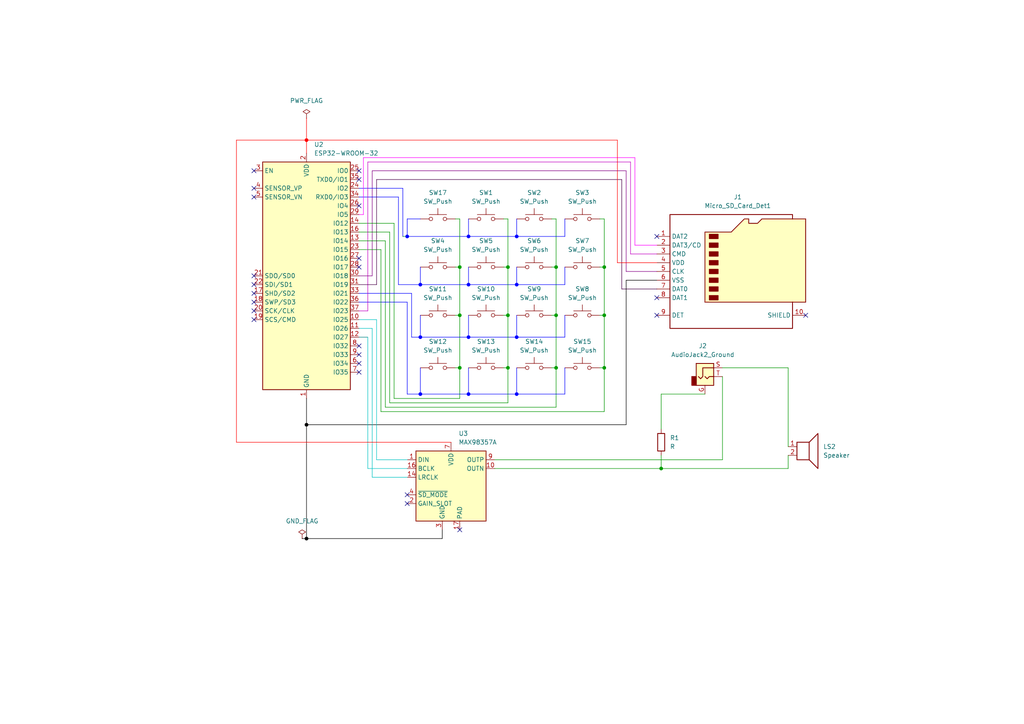
<source format=kicad_sch>
(kicad_sch (version 20231120) (generator "eeschema") (generator_version "8.0")
  (paper "A4")
  (title_block (title "Semata Schematic") (date "2024-12-23"))
  (lib_symbols
    (symbol "Audio:MAX98357A"
      (property "Reference" "U" (at -8.89 11.43 0))
      (property "Value" "MAX98357A" (at 10.16 11.43 0))
      (symbol "MAX98357A_1_1"
        (rectangle (start -10.16 10.16) (end 10.16 -10.16) (stroke (width 0.254)) (fill (type background)))
        (pin input line (at -12.7 7.62 0) (length 2.54) (name "DIN") (number "1"))
        (pin output line (at 12.7 5.08 180) (length 2.54) (name "OUTN") (number "10"))
        (pin passive line (at -2.54 -12.7 90) (length 2.54) hide (name "GND") (number "11"))
        (pin no_connect line (at 10.16 -5.08 180) (length 2.54) hide (name "NC") (number "12"))
        (pin no_connect line (at 10.16 -7.62 180) (length 2.54) hide (name "NC") (number "13"))
        (pin input line (at -12.7 2.54 0) (length 2.54) (name "LRCLK") (number "14"))
        (pin passive line (at -2.54 -12.7 90) (length 2.54) hide (name "GND") (number "15"))
        (pin input line (at -12.7 5.08 0) (length 2.54) (name "BCLK") (number "16"))
        (pin unspecified line (at 2.54 -12.7 90) (length 2.54) (name "PAD") (number "17"))
        (pin passive line (at -12.7 -5.08 0) (length 2.54) (name "GAIN_SLOT") (number "2"))
        (pin power_in line (at -2.54 -12.7 90) (length 2.54) (name "GND") (number "3"))
        (pin input line (at -12.7 -2.54 0) (length 2.54) (name "~{SD_MODE}") (number "4"))
        (pin no_connect line (at 10.16 2.54 180) (length 2.54) hide (name "NC") (number "5"))
        (pin no_connect line (at 10.16 0 180) (length 2.54) hide (name "NC") (number "6"))
        (pin power_in line (at 0 12.7 270) (length 2.54) (name "VDD") (number "7"))
        (pin passive line (at 0 12.7 270) (length 2.54) hide (name "VDD") (number "8"))
        (pin output line (at 12.7 7.62 180) (length 2.54) (name "OUTP") (number "9"))
      )
    )
    (symbol "Connector:Micro_SD_Card_Det1"
      (property "Reference" "J" (at -16.51 17.78 0))
      (property "Value" "Micro_SD_Card_Det1" (at 16.51 17.78 0))
      (symbol "Micro_SD_Card_Det1_0_1"
        (rectangle (start -7.62 -6.985) (end -5.08 -8.255) (stroke (width 0.254)) (fill (type outline)))
        (rectangle (start -7.62 -4.445) (end -5.08 -5.715) (stroke (width 0.254)) (fill (type outline)))
        (rectangle (start -7.62 -1.905) (end -5.08 -3.175) (stroke (width 0.254)) (fill (type outline)))
        (rectangle (start -7.62 0.635) (end -5.08 -0.635) (stroke (width 0.254)) (fill (type outline)))
        (rectangle (start -7.62 3.175) (end -5.08 1.905) (stroke (width 0.254)) (fill (type outline)))
        (rectangle (start -7.62 5.715) (end -5.08 4.445) (stroke (width 0.254)) (fill (type outline)))
        (rectangle (start -7.62 8.255) (end -5.08 6.985) (stroke (width 0.254)) (fill (type outline)))
        (rectangle (start -7.62 10.795) (end -5.08 9.525) (stroke (width 0.254)) (fill (type outline)))
        (polyline (pts (xy 16.51 15.24) (xy 16.51 16.51) (xy -19.05 16.51) (xy -19.05 -16.51) (xy 16.51 -16.51) (xy 16.51 -8.89)) (stroke (width 0.254)))
        (polyline (pts (xy -8.89 -8.89) (xy -8.89 11.43) (xy -1.27 11.43) (xy 2.54 15.24) (xy 3.81 15.24) (xy 3.81 13.97) (xy 6.35 13.97) (xy 7.62 15.24) (xy 20.32 15.24) (xy 20.32 -8.89) (xy -8.89 -8.89)) (stroke (width 0.254)) (fill (type background)))
      )
      (symbol "Micro_SD_Card_Det1_1_1"
        (pin bidirectional line (at -22.86 10.16 0) (length 3.81) (name "DAT2") (number "1"))
        (pin passive line (at 20.32 -12.7 180) (length 3.81) (name "SHIELD") (number "10"))
        (pin bidirectional line (at -22.86 7.62 0) (length 3.81) (name "DAT3/CD") (number "2"))
        (pin input line (at -22.86 5.08 0) (length 3.81) (name "CMD") (number "3"))
        (pin power_in line (at -22.86 2.54 0) (length 3.81) (name "VDD") (number "4"))
        (pin input line (at -22.86 0 0) (length 3.81) (name "CLK") (number "5"))
        (pin power_in line (at -22.86 -2.54 0) (length 3.81) (name "VSS") (number "6"))
        (pin bidirectional line (at -22.86 -5.08 0) (length 3.81) (name "DAT0") (number "7"))
        (pin bidirectional line (at -22.86 -7.62 0) (length 3.81) (name "DAT1") (number "8"))
        (pin passive line (at -22.86 -12.7 0) (length 3.81) (name "DET") (number "9"))
      )
    )
    (symbol "Connector_Audio:AudioJack2_Ground"
      (property "Reference" "J" (at 0 8.89 0))
      (property "Value" "AudioJack2_Ground" (at 0 6.35 0))
      (symbol "AudioJack2_Ground_0_1"
        (rectangle (start -2.54 -2.54) (end -3.81 0) (stroke (width 0.254)) (fill (type outline)))
        (polyline (pts (xy 0 0) (xy 0.635 -0.635) (xy 1.27 0) (xy 2.54 0)) (stroke (width 0.254)))
        (polyline (pts (xy 2.54 2.54) (xy -0.635 2.54) (xy -0.635 0) (xy -1.27 -0.635) (xy -1.905 0)) (stroke (width 0.254)))
        (rectangle (start 2.54 3.81) (end -2.54 -2.54) (stroke (width 0.254)) (fill (type background)))
      )
      (symbol "AudioJack2_Ground_1_1"
        (pin passive line (at 0 -5.08 90) (length 2.54) (name "~") (number "G"))
        (pin passive line (at 5.08 2.54 180) (length 2.54) (name "~") (number "S"))
        (pin passive line (at 5.08 0 180) (length 2.54) (name "~") (number "T"))
      )
    )
    (symbol "Device:R" (pin_numbers hide) (pin_names (offset 0))
      (property "Reference" "R" (at 2.032 0 90))
      (property "Value" "R" (at 0 0 90))
      (symbol "R_0_1"
        (rectangle (start -1.016 -2.54) (end 1.016 2.54) (stroke (width 0.254)))
      )
      (symbol "R_1_1"
        (pin passive line (at 0 3.81 270) (length 1.27) (name "~") (number "1"))
        (pin passive line (at 0 -3.81 90) (length 1.27) (name "~") (number "2"))
      )
    )
    (symbol "Device:Speaker" (pin_names (offset 0) hide)
      (property "Reference" "LS" (at 1.27 5.715 0))
      (property "Value" "Speaker" (at 1.27 3.81 0))
      (symbol "Speaker_0_0"
        (rectangle (start -2.54 1.27) (end 1.016 -3.81) (stroke (width 0.254)))
        (polyline (pts (xy 1.016 1.27) (xy 3.556 3.81) (xy 3.556 -6.35) (xy 1.016 -3.81)) (stroke (width 0.254)))
      )
      (symbol "Speaker_1_1"
        (pin input line (at -5.08 0 0) (length 2.54) (name "1") (number "1"))
        (pin input line (at -5.08 -2.54 0) (length 2.54) (name "2") (number "2"))
      )
    )
    (symbol "RF_Module:ESP32-WROOM-32"
      (property "Reference" "U" (at -12.7 34.29 0))
      (property "Value" "ESP32-WROOM-32" (at 1.27 34.29 0))
      (symbol "ESP32-WROOM-32_0_1"
        (rectangle (start -12.7 33.02) (end 12.7 -33.02) (stroke (width 0.254)) (fill (type background)))
      )
      (symbol "ESP32-WROOM-32_1_1"
        (pin power_in line (at 0 -35.56 90) (length 2.54) (name "GND") (number "1"))
        (pin bidirectional line (at 15.24 -12.7 180) (length 2.54) (name "IO25") (number "10"))
        (pin bidirectional line (at 15.24 -15.24 180) (length 2.54) (name "IO26") (number "11"))
        (pin bidirectional line (at 15.24 -17.78 180) (length 2.54) (name "IO27") (number "12"))
        (pin bidirectional line (at 15.24 10.16 180) (length 2.54) (name "IO14") (number "13"))
        (pin bidirectional line (at 15.24 15.24 180) (length 2.54) (name "IO12") (number "14"))
        (pin passive line (at 0 -35.56 90) (length 2.54) hide (name "GND") (number "15"))
        (pin bidirectional line (at 15.24 12.7 180) (length 2.54) (name "IO13") (number "16"))
        (pin bidirectional line (at -15.24 -5.08 0) (length 2.54) (name "SHD/SD2") (number "17"))
        (pin bidirectional line (at -15.24 -7.62 0) (length 2.54) (name "SWP/SD3") (number "18"))
        (pin bidirectional line (at -15.24 -12.7 0) (length 2.54) (name "SCS/CMD") (number "19"))
        (pin power_in line (at 0 35.56 270) (length 2.54) (name "VDD") (number "2"))
        (pin bidirectional line (at -15.24 -10.16 0) (length 2.54) (name "SCK/CLK") (number "20"))
        (pin bidirectional line (at -15.24 0 0) (length 2.54) (name "SDO/SD0") (number "21"))
        (pin bidirectional line (at -15.24 -2.54 0) (length 2.54) (name "SDI/SD1") (number "22"))
        (pin bidirectional line (at 15.24 7.62 180) (length 2.54) (name "IO15") (number "23"))
        (pin bidirectional line (at 15.24 25.4 180) (length 2.54) (name "IO2") (number "24"))
        (pin bidirectional line (at 15.24 30.48 180) (length 2.54) (name "IO0") (number "25"))
        (pin bidirectional line (at 15.24 20.32 180) (length 2.54) (name "IO4") (number "26"))
        (pin bidirectional line (at 15.24 5.08 180) (length 2.54) (name "IO16") (number "27"))
        (pin bidirectional line (at 15.24 2.54 180) (length 2.54) (name "IO17") (number "28"))
        (pin bidirectional line (at 15.24 17.78 180) (length 2.54) (name "IO5") (number "29"))
        (pin input line (at -15.24 30.48 0) (length 2.54) (name "EN") (number "3"))
        (pin bidirectional line (at 15.24 0 180) (length 2.54) (name "IO18") (number "30"))
        (pin bidirectional line (at 15.24 -2.54 180) (length 2.54) (name "IO19") (number "31"))
        (pin no_connect line (at -12.7 -27.94 0) (length 2.54) hide (name "NC") (number "32"))
        (pin bidirectional line (at 15.24 -5.08 180) (length 2.54) (name "IO21") (number "33"))
        (pin bidirectional line (at 15.24 22.86 180) (length 2.54) (name "RXD0/IO3") (number "34"))
        (pin bidirectional line (at 15.24 27.94 180) (length 2.54) (name "TXD0/IO1") (number "35"))
        (pin bidirectional line (at 15.24 -7.62 180) (length 2.54) (name "IO22") (number "36"))
        (pin bidirectional line (at 15.24 -10.16 180) (length 2.54) (name "IO23") (number "37"))
        (pin passive line (at 0 -35.56 90) (length 2.54) hide (name "GND") (number "38"))
        (pin passive line (at 0 -35.56 90) (length 2.54) hide (name "GND") (number "39"))
        (pin input line (at -15.24 25.4 0) (length 2.54) (name "SENSOR_VP") (number "4"))
        (pin input line (at -15.24 22.86 0) (length 2.54) (name "SENSOR_VN") (number "5"))
        (pin input line (at 15.24 -25.4 180) (length 2.54) (name "IO34") (number "6"))
        (pin input line (at 15.24 -27.94 180) (length 2.54) (name "IO35") (number "7"))
        (pin bidirectional line (at 15.24 -20.32 180) (length 2.54) (name "IO32") (number "8"))
        (pin bidirectional line (at 15.24 -22.86 180) (length 2.54) (name "IO33") (number "9"))
      )
    )
    (symbol "Switch:SW_Push" (pin_numbers hide) (pin_names (offset 1.016) hide)
      (property "Reference" "SW" (at 1.27 2.54 0))
      (property "Value" "SW_Push" (at 0 -1.524 0))
      (symbol "SW_Push_0_1"
        (circle (center -2.032 0) (radius 0.508))
        (polyline (pts (xy 0 1.27) (xy 0 3.048)))
        (polyline (pts (xy 2.54 1.27) (xy -2.54 1.27)))
        (circle (center 2.032 0) (radius 0.508))
        (pin passive line (at -5.08 0 0) (length 2.54) (name "1") (number "1"))
        (pin passive line (at 5.08 0 180) (length 2.54) (name "2") (number "2"))
      )
    )
    (symbol "power:PWR_FLAG" (power) (pin_numbers hide) (pin_names (offset 0) hide)
      (property "Value" "PWR_FLAG" (at 0 3.81 0))
      (symbol "PWR_FLAG_0_0"
        (pin power_out line (at 0 0 90) (length 0) (name "~") (number "1"))
      )
      (symbol "PWR_FLAG_0_1"
        (polyline (pts (xy 0 0) (xy 0 1.27) (xy -1.016 1.905) (xy 0 2.54) (xy 1.016 1.905) (xy 0 1.27)))
      )
    )
  )
  (junction (at 88.9 123.19) (color 0 0 0 1))
  (junction (at 135.89 114.3) (color 0 0 255 1))
  (junction (at 161.29 91.44))
  (junction (at 147.32 91.44))
  (junction (at 133.35 77.47))
  (junction (at 135.89 97.79) (color 0 0 255 1))
  (junction (at 175.26 77.47))
  (junction (at 147.32 106.68))
  (junction (at 121.92 97.79) (color 0 0 255 1))
  (junction (at 149.86 68.58) (color 0 0 255 1))
  (junction (at 191.77 135.89))
  (junction (at 133.35 91.44))
  (junction (at 118.11 68.58) (color 0 0 255 1))
  (junction (at 121.92 114.3) (color 0 0 255 1))
  (junction (at 149.86 82.55) (color 0 0 255 1))
  (junction (at 175.26 91.44))
  (junction (at 161.29 106.68))
  (junction (at 88.9 156.21) (color 0 0 0 1))
  (junction (at 133.35 106.68))
  (junction (at 121.92 82.55) (color 0 0 255 1))
  (junction (at 149.86 97.79) (color 0 0 255 1))
  (junction (at 175.26 106.68))
  (junction (at 135.89 82.55) (color 0 0 255 1))
  (junction (at 149.86 114.3) (color 0 0 255 1))
  (junction (at 88.9 40.64) (color 255 0 0 1))
  (junction (at 147.32 77.47))
  (junction (at 135.89 68.58) (color 0 0 255 1))
  (junction (at 161.29 77.47))
  (no_connect (at 233.68 91.44))
  (no_connect (at 190.5 86.36))
  (no_connect (at 73.66 90.17))
  (no_connect (at 190.5 68.58))
  (no_connect (at 73.66 82.55))
  (no_connect (at 118.11 143.51))
  (no_connect (at 190.5 91.44))
  (no_connect (at 73.66 57.15))
  (no_connect (at 104.14 77.47))
  (no_connect (at 133.35 153.67))
  (no_connect (at 73.66 87.63))
  (no_connect (at 118.11 146.05))
  (no_connect (at 104.14 49.53))
  (no_connect (at 104.14 74.93))
  (no_connect (at 104.14 107.95))
  (no_connect (at 73.66 92.71))
  (no_connect (at 73.66 54.61))
  (no_connect (at 104.14 105.41))
  (no_connect (at 104.14 59.69))
  (no_connect (at 104.14 100.33))
  (no_connect (at 104.14 102.87))
  (no_connect (at 73.66 80.01))
  (no_connect (at 104.14 52.07))
  (no_connect (at 73.66 49.53))
  (no_connect (at 73.66 85.09))
  (wire (pts (xy 181.61 123.19) (xy 88.9 123.19)) (stroke (width 0) (color 0 0 0 1)))
  (wire (pts (xy 209.55 106.68) (xy 228.6 106.68)))
  (wire (pts (xy 118.11 68.58) (xy 135.89 68.58)) (stroke (width 0) (color 0 0 255 1)))
  (wire (pts (xy 149.86 82.55) (xy 163.83 82.55)) (stroke (width 0) (color 0 0 255 1)))
  (wire (pts (xy 135.89 91.44) (xy 135.89 97.79)) (stroke (width 0) (color 0 0 255 1)))
  (wire (pts (xy 133.35 91.44) (xy 133.35 77.47)))
  (wire (pts (xy 106.68 135.89) (xy 118.11 135.89)) (stroke (width 0) (color 0 194 194 1)))
  (wire (pts (xy 121.92 97.79) (xy 121.92 91.44)) (stroke (width 0) (color 0 0 255 1)))
  (wire (pts (xy 179.07 76.2) (xy 179.07 40.64)) (stroke (width 0) (color 255 0 0 1)))
  (wire (pts (xy 149.86 114.3) (xy 163.83 114.3)) (stroke (width 0) (color 0 0 255 1)))
  (wire (pts (xy 121.92 97.79) (xy 135.89 97.79)) (stroke (width 0) (color 0 0 255 1)))
  (wire (pts (xy 104.14 97.79) (xy 106.68 97.79)) (stroke (width 0) (color 0 132 132 1)))
  (wire (pts (xy 104.14 95.25) (xy 107.95 95.25)) (stroke (width 0) (color 0 194 194 1)))
  (wire (pts (xy 109.22 92.71) (xy 109.22 133.35)) (stroke (width 0) (color 0 194 194 1)))
  (wire (pts (xy 146.05 91.44) (xy 147.32 91.44)))
  (wire (pts (xy 104.14 92.71) (xy 109.22 92.71)) (stroke (width 0) (color 0 194 194 1)))
  (wire (pts (xy 161.29 91.44) (xy 161.29 77.47)))
  (wire (pts (xy 149.86 97.79) (xy 163.83 97.79)) (stroke (width 0) (color 0 0 255 1)))
  (wire (pts (xy 113.03 67.31) (xy 113.03 116.84)))
  (wire (pts (xy 128.27 156.21) (xy 128.27 153.67)) (stroke (width 0) (color 0 0 0 1)))
  (wire (pts (xy 175.26 91.44) (xy 175.26 77.47)))
  (wire (pts (xy 88.9 156.21) (xy 128.27 156.21)) (stroke (width 0) (color 0 0 0 1)))
  (wire (pts (xy 110.49 119.38) (xy 175.26 119.38)))
  (wire (pts (xy 107.95 49.53) (xy 181.61 49.53)) (stroke (width 0) (color 132 0 132 1)))
  (wire (pts (xy 106.68 97.79) (xy 106.68 135.89)) (stroke (width 0) (color 0 194 194 1)))
  (wire (pts (xy 107.95 95.25) (xy 107.95 138.43)) (stroke (width 0) (color 0 194 194 1)))
  (wire (pts (xy 163.83 77.47) (xy 163.83 82.55)) (stroke (width 0) (color 0 0 255 1)))
  (wire (pts (xy 161.29 106.68) (xy 161.29 91.44)))
  (wire (pts (xy 106.68 90.17) (xy 106.68 46.99)) (stroke (width 0) (color 194 0 194 1)))
  (wire (pts (xy 182.88 73.66) (xy 190.5 73.66)) (stroke (width 0) (color 194 0 194 1)))
  (wire (pts (xy 149.86 77.47) (xy 149.86 82.55)) (stroke (width 0) (color 0 0 255 1)))
  (wire (pts (xy 106.68 46.99) (xy 182.88 46.99)) (stroke (width 0) (color 194 0 194 1)))
  (wire (pts (xy 161.29 106.68) (xy 160.02 106.68)))
  (wire (pts (xy 184.15 45.72) (xy 105.41 45.72)) (stroke (width 0) (color 255 0 255 1)))
  (wire (pts (xy 181.61 81.28) (xy 181.61 123.19)) (stroke (width 0) (color 0 0 0 1)))
  (wire (pts (xy 88.9 40.64) (xy 88.9 44.45)) (stroke (width 0) (color 255 0 0 1)))
  (wire (pts (xy 180.34 83.82) (xy 180.34 52.07)) (stroke (width 0) (color 72 0 72 1)))
  (wire (pts (xy 204.47 114.3) (xy 191.77 114.3)))
  (wire (pts (xy 104.14 85.09) (xy 119.38 85.09)) (stroke (width 0) (color 0 0 255 1)))
  (wire (pts (xy 149.86 91.44) (xy 149.86 97.79)) (stroke (width 0) (color 0 0 255 1)))
  (wire (pts (xy 228.6 135.89) (xy 228.6 132.08)))
  (wire (pts (xy 184.15 71.12) (xy 184.15 45.72)) (stroke (width 0) (color 255 0 255 1)))
  (wire (pts (xy 109.22 133.35) (xy 118.11 133.35)) (stroke (width 0) (color 0 194 194 1)))
  (wire (pts (xy 181.61 49.53) (xy 181.61 78.74)) (stroke (width 0) (color 132 0 132 1)))
  (wire (pts (xy 175.26 77.47) (xy 175.26 63.5)))
  (wire (pts (xy 110.49 72.39) (xy 110.49 119.38)))
  (wire (pts (xy 109.22 52.07) (xy 109.22 82.55)) (stroke (width 0) (color 72 0 72 1)))
  (wire (pts (xy 147.32 77.47) (xy 147.32 63.5)))
  (wire (pts (xy 191.77 114.3) (xy 191.77 124.46)))
  (wire (pts (xy 135.89 68.58) (xy 149.86 68.58)) (stroke (width 0) (color 0 0 255 1)))
  (wire (pts (xy 161.29 77.47) (xy 161.29 63.5)))
  (wire (pts (xy 173.99 91.44) (xy 175.26 91.44)))
  (wire (pts (xy 135.89 82.55) (xy 149.86 82.55)) (stroke (width 0) (color 0 0 255 1)))
  (wire (pts (xy 132.08 77.47) (xy 133.35 77.47)))
  (wire (pts (xy 161.29 118.11) (xy 161.29 106.68)))
  (wire (pts (xy 147.32 106.68) (xy 147.32 91.44)))
  (wire (pts (xy 118.11 68.58) (xy 118.11 63.5)) (stroke (width 0) (color 0 0 255 1)))
  (wire (pts (xy 121.92 114.3) (xy 135.89 114.3)) (stroke (width 0) (color 0 0 255 1)))
  (wire (pts (xy 146.05 63.5) (xy 147.32 63.5)))
  (wire (pts (xy 88.9 115.57) (xy 88.9 123.19)) (stroke (width 0) (color 0 0 0 1)))
  (wire (pts (xy 107.95 80.01) (xy 107.95 49.53)) (stroke (width 0) (color 132 0 132 1)))
  (wire (pts (xy 228.6 106.68) (xy 228.6 129.54)))
  (wire (pts (xy 175.26 106.68) (xy 173.99 106.68)))
  (wire (pts (xy 133.35 106.68) (xy 132.08 106.68)))
  (wire (pts (xy 121.92 82.55) (xy 121.92 77.47)) (stroke (width 0) (color 0 0 255 1)))
  (wire (pts (xy 116.84 54.61) (xy 116.84 68.58)) (stroke (width 0) (color 0 0 255 1)))
  (wire (pts (xy 133.35 106.68) (xy 133.35 91.44)))
  (wire (pts (xy 147.32 116.84) (xy 147.32 106.68)))
  (wire (pts (xy 163.83 63.5) (xy 163.83 68.58)) (stroke (width 0) (color 0 0 255 1)))
  (wire (pts (xy 173.99 63.5) (xy 175.26 63.5)))
  (wire (pts (xy 209.55 133.35) (xy 209.55 109.22)))
  (wire (pts (xy 116.84 68.58) (xy 118.11 68.58)))
  (wire (pts (xy 113.03 116.84) (xy 147.32 116.84)))
  (wire (pts (xy 119.38 97.79) (xy 121.92 97.79)) (stroke (width 0) (color 0 0 255 1)))
  (wire (pts (xy 146.05 77.47) (xy 147.32 77.47)))
  (wire (pts (xy 105.41 62.23) (xy 104.14 62.23)) (stroke (width 0) (color 255 0 255 1)))
  (wire (pts (xy 68.58 128.27) (xy 130.81 128.27)) (stroke (width 0) (color 255 0 0 1)))
  (wire (pts (xy 149.86 63.5) (xy 149.86 68.58)) (stroke (width 0) (color 0 0 255 1)))
  (wire (pts (xy 87.63 156.21) (xy 88.9 156.21)) (stroke (width 0) (color 0 0 0 1)))
  (wire (pts (xy 160.02 91.44) (xy 161.29 91.44)))
  (wire (pts (xy 149.86 106.68) (xy 149.86 114.3)) (stroke (width 0) (color 0 0 255 1)))
  (wire (pts (xy 114.3 115.57) (xy 133.35 115.57)))
  (wire (pts (xy 104.14 72.39) (xy 110.49 72.39)))
  (wire (pts (xy 105.41 45.72) (xy 105.41 62.23)) (stroke (width 0) (color 255 0 255 1)))
  (wire (pts (xy 143.51 133.35) (xy 209.55 133.35)))
  (wire (pts (xy 118.11 63.5) (xy 121.92 63.5)) (stroke (width 0) (color 0 0 255 1)))
  (wire (pts (xy 104.14 57.15) (xy 115.57 57.15)) (stroke (width 0) (color 0 0 255 1)))
  (wire (pts (xy 143.51 135.89) (xy 191.77 135.89)))
  (wire (pts (xy 135.89 63.5) (xy 135.89 68.58)) (stroke (width 0) (color 0 0 255 1)))
  (wire (pts (xy 149.86 68.58) (xy 163.83 68.58)) (stroke (width 0) (color 0 0 255 1)))
  (wire (pts (xy 190.5 81.28) (xy 181.61 81.28)) (stroke (width 0) (color 0 0 0 1)))
  (wire (pts (xy 147.32 106.68) (xy 146.05 106.68)))
  (wire (pts (xy 133.35 115.57) (xy 133.35 106.68)))
  (wire (pts (xy 68.58 40.64) (xy 68.58 128.27)) (stroke (width 0) (color 255 0 0 1)))
  (wire (pts (xy 181.61 78.74) (xy 190.5 78.74)) (stroke (width 0) (color 132 0 132 1)))
  (wire (pts (xy 118.11 87.63) (xy 118.11 114.3)) (stroke (width 0) (color 0 0 255 1)))
  (wire (pts (xy 180.34 52.07) (xy 109.22 52.07)) (stroke (width 0) (color 72 0 72 1)))
  (wire (pts (xy 104.14 67.31) (xy 113.03 67.31)))
  (wire (pts (xy 179.07 40.64) (xy 88.9 40.64)) (stroke (width 0) (color 255 0 0 1)))
  (wire (pts (xy 163.83 97.79) (xy 163.83 91.44)) (stroke (width 0) (color 0 0 255 1)))
  (wire (pts (xy 88.9 34.29) (xy 88.9 40.64)) (stroke (width 0) (color 255 0 0 1)))
  (wire (pts (xy 119.38 85.09) (xy 119.38 97.79)) (stroke (width 0) (color 0 0 255 1)))
  (wire (pts (xy 160.02 77.47) (xy 161.29 77.47)))
  (wire (pts (xy 115.57 82.55) (xy 121.92 82.55)) (stroke (width 0) (color 0 0 255 1)))
  (wire (pts (xy 190.5 83.82) (xy 180.34 83.82)) (stroke (width 0) (color 72 0 72 1)))
  (wire (pts (xy 111.76 69.85) (xy 111.76 118.11)))
  (wire (pts (xy 135.89 114.3) (xy 149.86 114.3)) (stroke (width 0) (color 0 0 255 1)))
  (wire (pts (xy 135.89 106.68) (xy 135.89 114.3)) (stroke (width 0) (color 0 0 255 1)))
  (wire (pts (xy 114.3 64.77) (xy 114.3 115.57)))
  (wire (pts (xy 118.11 114.3) (xy 121.92 114.3)) (stroke (width 0) (color 0 0 255 1)))
  (wire (pts (xy 161.29 63.5) (xy 160.02 63.5)))
  (wire (pts (xy 104.14 90.17) (xy 106.68 90.17)) (stroke (width 0) (color 194 0 194 1)))
  (wire (pts (xy 135.89 97.79) (xy 149.86 97.79)) (stroke (width 0) (color 0 0 255 1)))
  (wire (pts (xy 191.77 132.08) (xy 191.77 135.89)))
  (wire (pts (xy 175.26 106.68) (xy 175.26 91.44)))
  (wire (pts (xy 104.14 54.61) (xy 116.84 54.61)) (stroke (width 0) (color 0 0 255 1)))
  (wire (pts (xy 107.95 138.43) (xy 118.11 138.43)) (stroke (width 0) (color 0 194 194 1)))
  (wire (pts (xy 191.77 135.89) (xy 228.6 135.89)))
  (wire (pts (xy 135.89 77.47) (xy 135.89 82.55)) (stroke (width 0) (color 0 0 255 1)))
  (wire (pts (xy 88.9 123.19) (xy 88.9 156.21)) (stroke (width 0) (color 0 0 0 1)))
  (wire (pts (xy 104.14 87.63) (xy 118.11 87.63)) (stroke (width 0) (color 0 0 255 1)))
  (wire (pts (xy 104.14 69.85) (xy 111.76 69.85)))
  (wire (pts (xy 121.92 114.3) (xy 121.92 106.68)) (stroke (width 0) (color 0 0 255 1)))
  (wire (pts (xy 104.14 80.01) (xy 107.95 80.01)) (stroke (width 0) (color 132 0 132 1)))
  (wire (pts (xy 163.83 114.3) (xy 163.83 106.68)) (stroke (width 0) (color 0 0 255 1)))
  (wire (pts (xy 132.08 91.44) (xy 133.35 91.44)))
  (wire (pts (xy 132.08 63.5) (xy 133.35 63.5)))
  (wire (pts (xy 115.57 57.15) (xy 115.57 82.55)) (stroke (width 0) (color 0 0 255 1)))
  (wire (pts (xy 121.92 82.55) (xy 135.89 82.55)) (stroke (width 0) (color 0 0 255 1)))
  (wire (pts (xy 173.99 77.47) (xy 175.26 77.47)))
  (wire (pts (xy 179.07 76.2) (xy 190.5 76.2)) (stroke (width 0) (color 255 0 0 1)))
  (wire (pts (xy 133.35 77.47) (xy 133.35 63.5)))
  (wire (pts (xy 104.14 82.55) (xy 109.22 82.55)) (stroke (width 0) (color 72 0 72 1)))
  (wire (pts (xy 88.9 40.64) (xy 68.58 40.64)) (stroke (width 0) (color 255 0 0 1)))
  (wire (pts (xy 175.26 119.38) (xy 175.26 106.68)))
  (wire (pts (xy 111.76 118.11) (xy 161.29 118.11)))
  (wire (pts (xy 190.5 71.12) (xy 184.15 71.12)) (stroke (width 0) (color 255 0 255 1)))
  (wire (pts (xy 182.88 46.99) (xy 182.88 73.66)) (stroke (width 0) (color 194 0 194 1)))
  (wire (pts (xy 104.14 64.77) (xy 114.3 64.77)))
  (wire (pts (xy 147.32 91.44) (xy 147.32 77.47)))
  (symbol (lib_id "Switch:SW_Push") (at 127 106.68 0) (unit 1)
    (property "Reference" "SW12" (at 127 99.06 0))
    (property "Value" "SW_Push" (at 127 101.6 0))
    (property "Footprint" "Button_Switch_THT:SW_PUSH_1P1T_6x3.5mm_H4.3_APEM_MJTP1243" (effects (hide yes)))
    (property "Description" "Push button switch, generic, two pins" (effects (hide yes)))
  )
  (symbol (lib_id "power:PWR_FLAG") (at 88.9 34.29 0) (unit 1)
    (property "Reference" "#FLG01" (effects (hide yes)))
    (property "Value" "PWR_FLAG" (at 88.9 29.21 0))
    (property "Description" "Special symbol for telling ERC where power comes from" (effects (hide yes)))
  )
  (symbol (lib_id "Switch:SW_Push") (at 127 63.5 0) (unit 1)
    (property "Reference" "SW17" (at 127 55.88 0))
    (property "Value" "SW_Push" (at 127 58.42 0))
    (property "Footprint" "Button_Switch_THT:SW_PUSH_1P1T_6x3.5mm_H4.3_APEM_MJTP1243" (effects (hide yes)))
    (property "Description" "Push button switch, generic, two pins" (effects (hide yes)))
  )
  (symbol (lib_id "Switch:SW_Push") (at 154.94 106.68 0) (unit 1)
    (property "Reference" "SW14" (at 154.94 99.06 0))
    (property "Value" "SW_Push" (at 154.94 101.6 0))
    (property "Footprint" "Button_Switch_THT:SW_PUSH_1P1T_6x3.5mm_H4.3_APEM_MJTP1243" (effects (hide yes)))
    (property "Description" "Push button switch, generic, two pins" (effects (hide yes)))
  )
  (symbol (lib_id "Connector_Audio:AudioJack2_Ground") (at 204.47 109.22 0) (unit 1)
    (property "Reference" "J2" (at 203.835 100.33 0))
    (property "Value" "AudioJack2_Ground" (at 203.835 102.87 0))
    (property "Footprint" "Connector_Audio:Jack_3.5mm_CUI_SJ1-3513N_Horizontal" (effects (hide yes)))
    (property "Description" "Audio Jack, 2 Poles (Mono / TS), Grounded Sleeve" (effects (hide yes)))
  )
  (symbol (lib_id "Switch:SW_Push") (at 154.94 77.47 0) (unit 1)
    (property "Reference" "SW6" (at 154.94 69.85 0))
    (property "Value" "SW_Push" (at 154.94 72.39 0))
    (property "Footprint" "Button_Switch_THT:SW_PUSH_1P1T_6x3.5mm_H4.3_APEM_MJTP1243" (effects (hide yes)))
    (property "Description" "Push button switch, generic, two pins" (effects (hide yes)))
  )
  (symbol (lib_id "Switch:SW_Push") (at 140.97 106.68 0) (unit 1)
    (property "Reference" "SW13" (at 140.97 99.06 0))
    (property "Value" "SW_Push" (at 140.97 101.6 0))
    (property "Footprint" "Button_Switch_THT:SW_PUSH_1P1T_6x3.5mm_H4.3_APEM_MJTP1243" (effects (hide yes)))
    (property "Description" "Push button switch, generic, two pins" (effects (hide yes)))
  )
  (symbol (lib_id "Connector:Micro_SD_Card_Det1") (at 213.36 78.74 0) (unit 1)
    (property "Reference" "J1" (at 213.995 57.15 0))
    (property "Value" "Micro_SD_Card_Det1" (at 213.995 59.69 0))
    (property "Footprint" "Connector_PinHeader_2.54mm:PinHeader_1x06_P2.54mm_Vertical" (effects (hide yes)))
    (property "Datasheet" "https://datasheet.lcsc.com/lcsc/2110151630_XKB-Connectivity-XKTF-015-N_C381082.pdf" (effects (hide yes)))
    (property "Description" "Micro SD Card Socket with one card detection pin" (effects (hide yes)))
  )
  (symbol (lib_id "Switch:SW_Push") (at 127 77.47 0) (unit 1)
    (property "Reference" "SW4" (at 127 69.85 0))
    (property "Value" "SW_Push" (at 127 72.39 0))
    (property "Footprint" "Button_Switch_THT:SW_PUSH_1P1T_6x3.5mm_H4.3_APEM_MJTP1243" (effects (hide yes)))
    (property "Description" "Push button switch, generic, two pins" (effects (hide yes)))
  )
  (symbol (lib_id "Switch:SW_Push") (at 140.97 77.47 0) (unit 1)
    (property "Reference" "SW5" (at 140.97 69.85 0))
    (property "Value" "SW_Push" (at 140.97 72.39 0))
    (property "Footprint" "Button_Switch_THT:SW_PUSH_1P1T_6x3.5mm_H4.3_APEM_MJTP1243" (effects (hide yes)))
    (property "Description" "Push button switch, generic, two pins" (effects (hide yes)))
  )
  (symbol (lib_id "Device:R") (at 191.77 128.27 0) (unit 1)
    (property "Reference" "R1" (at 194.31 126.9999 0) (effects (justify left)))
    (property "Value" "R" (at 194.31 129.5399 0) (effects (justify left)))
    (property "Footprint" "Resistor_THT:R_Axial_DIN0204_L3.6mm_D1.6mm_P7.62mm_Horizontal" (effects (hide yes)))
    (property "Description" "Resistor" (effects (hide yes)))
  )
  (symbol (lib_id "Switch:SW_Push") (at 140.97 63.5 0) (unit 1)
    (property "Reference" "SW1" (at 140.97 55.88 0))
    (property "Value" "SW_Push" (at 140.97 58.42 0))
    (property "Footprint" "Button_Switch_THT:SW_PUSH_1P1T_6x3.5mm_H4.3_APEM_MJTP1243" (effects (hide yes)))
    (property "Description" "Push button switch, generic, two pins" (effects (hide yes)))
  )
  (symbol (lib_id "Switch:SW_Push") (at 168.91 91.44 0) (unit 1)
    (property "Reference" "SW8" (at 168.91 83.82 0))
    (property "Value" "SW_Push" (at 168.91 86.36 0))
    (property "Footprint" "Button_Switch_THT:SW_PUSH_1P1T_6x3.5mm_H4.3_APEM_MJTP1243" (effects (hide yes)))
    (property "Description" "Push button switch, generic, two pins" (effects (hide yes)))
  )
  (symbol (lib_id "Switch:SW_Push") (at 154.94 91.44 0) (unit 1)
    (property "Reference" "SW9" (at 154.94 83.82 0))
    (property "Value" "SW_Push" (at 154.94 86.36 0))
    (property "Footprint" "Button_Switch_THT:SW_PUSH_1P1T_6x3.5mm_H4.3_APEM_MJTP1243" (effects (hide yes)))
    (property "Description" "Push button switch, generic, two pins" (effects (hide yes)))
  )
  (symbol (lib_id "power:PWR_FLAG") (at 87.63 156.21 0) (unit 1)
    (property "Reference" "#FLG02" (effects (hide yes)))
    (property "Value" "GND_FLAG" (at 87.63 151.13 0))
    (property "Description" "Special symbol for telling ERC where power comes from" (effects (hide yes)))
  )
  (symbol (lib_id "Switch:SW_Push") (at 154.94 63.5 0) (unit 1)
    (property "Reference" "SW2" (at 154.94 55.88 0))
    (property "Value" "SW_Push" (at 154.94 58.42 0))
    (property "Footprint" "Button_Switch_THT:SW_PUSH_1P1T_6x3.5mm_H4.3_APEM_MJTP1243" (effects (hide yes)))
    (property "Description" "Push button switch, generic, two pins" (effects (hide yes)))
  )
  (symbol (lib_id "Switch:SW_Push") (at 168.91 77.47 0) (unit 1)
    (property "Reference" "SW7" (at 168.91 69.85 0))
    (property "Value" "SW_Push" (at 168.91 72.39 0))
    (property "Footprint" "Button_Switch_THT:SW_PUSH_1P1T_6x3.5mm_H4.3_APEM_MJTP1243" (effects (hide yes)))
    (property "Description" "Push button switch, generic, two pins" (effects (hide yes)))
  )
  (symbol (lib_id "Switch:SW_Push") (at 140.97 91.44 0) (unit 1)
    (property "Reference" "SW10" (at 140.97 83.82 0))
    (property "Value" "SW_Push" (at 140.97 86.36 0))
    (property "Footprint" "Button_Switch_THT:SW_PUSH_1P1T_6x3.5mm_H4.3_APEM_MJTP1243" (effects (hide yes)))
    (property "Description" "Push button switch, generic, two pins" (effects (hide yes)))
  )
  (symbol (lib_id "Device:Speaker") (at 233.68 129.54 0) (unit 1)
    (property "Reference" "LS2" (at 238.76 129.5399 0) (effects (justify left)))
    (property "Value" "Speaker" (at 238.76 132.0799 0) (effects (justify left)))
    (property "Footprint" "Connector_PinHeader_2.54mm:PinHeader_1x02_P2.54mm_Vertical" (effects (hide yes)))
    (property "Description" "Speaker" (effects (hide yes)))
  )
  (symbol (lib_id "Audio:MAX98357A") (at 130.81 140.97 0) (unit 1)
    (property "Reference" "U3" (at 133.0041 125.73 0) (effects (justify left)))
    (property "Value" "MAX98357A" (at 133.0041 128.27 0) (effects (justify left)))
    (property "Footprint" "Custom:MAX98357" (effects (hide yes)))
    (property "Datasheet" "https://www.analog.com/media/en/technical-documentation/data-sheets/MAX98357A-MAX98357B.pdf" (effects (hide yes)))
    (property "Description" "Mono DAC with amplifier, I2S, PCM, TDM, 32-bit, 96khz, 3.2W, TQFP-16" (effects (hide yes)))
  )
  (symbol (lib_id "Switch:SW_Push") (at 168.91 106.68 0) (unit 1)
    (property "Reference" "SW15" (at 168.91 99.06 0))
    (property "Value" "SW_Push" (at 168.91 101.6 0))
    (property "Footprint" "Button_Switch_THT:SW_PUSH_1P1T_6x3.5mm_H4.3_APEM_MJTP1243" (effects (hide yes)))
    (property "Description" "Push button switch, generic, two pins" (effects (hide yes)))
  )
  (symbol (lib_id "RF_Module:ESP32-WROOM-32") (at 88.9 80.01 0) (unit 1)
    (property "Reference" "U2" (at 91.0941 41.91 0) (effects (justify left)))
    (property "Value" "ESP32-WROOM-32" (at 91.0941 44.45 0) (effects (justify left)))
    (property "Footprint" "RF_Module:ESP32-C3-DevKitM-1" (effects (hide yes)))
    (property "Datasheet" "https://www.espressif.com/sites/default/files/documentation/esp32-wroom-32_datasheet_en.pdf" (effects (hide yes)))
    (property "Description" "RF Module, ESP32-D0WDQ6 SoC, Wi-Fi 802.11b/g/n, Bluetooth, BLE, 32-bit, 2.7-3.6V, onboard antenna, SMD" (effects (hide yes)))
  )
  (symbol (lib_id "Switch:SW_Push") (at 127 91.44 0) (unit 1)
    (property "Reference" "SW11" (at 127 83.82 0))
    (property "Value" "SW_Push" (at 127 86.36 0))
    (property "Footprint" "Button_Switch_THT:SW_PUSH_1P1T_6x3.5mm_H4.3_APEM_MJTP1243" (effects (hide yes)))
    (property "Description" "Push button switch, generic, two pins" (effects (hide yes)))
  )
  (symbol (lib_id "Switch:SW_Push") (at 168.91 63.5 0) (unit 1)
    (property "Reference" "SW3" (at 168.91 55.88 0))
    (property "Value" "SW_Push" (at 168.91 58.42 0))
    (property "Footprint" "Button_Switch_THT:SW_PUSH_1P1T_6x3.5mm_H4.3_APEM_MJTP1243" (effects (hide yes)))
    (property "Description" "Push button switch, generic, two pins" (effects (hide yes)))
  )
)
</source>
